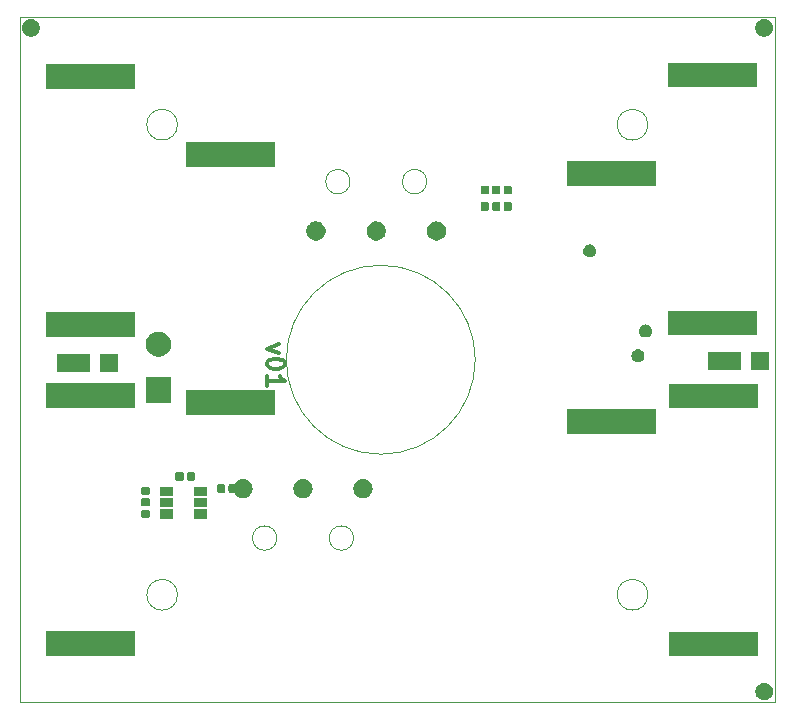
<source format=gbr>
%TF.GenerationSoftware,KiCad,Pcbnew,5.0.2-bee76a0~70~ubuntu18.04.1*%
%TF.CreationDate,2020-02-29T17:25:57-08:00*%
%TF.ProjectId,ypanel,7970616e-656c-42e6-9b69-6361645f7063,rev?*%
%TF.SameCoordinates,Original*%
%TF.FileFunction,Soldermask,Top*%
%TF.FilePolarity,Negative*%
%FSLAX46Y46*%
G04 Gerber Fmt 4.6, Leading zero omitted, Abs format (unit mm)*
G04 Created by KiCad (PCBNEW 5.0.2-bee76a0~70~ubuntu18.04.1) date Sat 29 Feb 2020 05:25:57 PM PST*
%MOMM*%
%LPD*%
G01*
G04 APERTURE LIST*
%ADD10C,0.100000*%
%ADD11C,0.300000*%
%ADD12C,0.050000*%
G04 APERTURE END LIST*
D10*
X151587000Y-99000001D02*
G75*
G03X151587000Y-99000001I-8000000J0D01*
G01*
X134779564Y-114100000D02*
G75*
G03X134779564Y-114100000I-1029564J0D01*
G01*
X141279564Y-114100000D02*
G75*
G03X141279564Y-114100000I-1029564J0D01*
G01*
X126375000Y-118900000D02*
G75*
G03X126375000Y-118900000I-1300000J0D01*
G01*
X140979564Y-83920436D02*
G75*
G03X140979564Y-83920436I-1029564J0D01*
G01*
X147479564Y-83920436D02*
G75*
G03X147479564Y-83920436I-1029564J0D01*
G01*
X176975000Y-70000000D02*
X176975000Y-128000000D01*
D11*
X134941428Y-97706085D02*
X133941428Y-98063228D01*
X134941428Y-98420371D01*
X135441428Y-99277514D02*
X135441428Y-99420371D01*
X135370000Y-99563228D01*
X135298571Y-99634657D01*
X135155714Y-99706085D01*
X134870000Y-99777514D01*
X134512857Y-99777514D01*
X134227142Y-99706085D01*
X134084285Y-99634657D01*
X134012857Y-99563228D01*
X133941428Y-99420371D01*
X133941428Y-99277514D01*
X134012857Y-99134657D01*
X134084285Y-99063228D01*
X134227142Y-98991800D01*
X134512857Y-98920371D01*
X134870000Y-98920371D01*
X135155714Y-98991800D01*
X135298571Y-99063228D01*
X135370000Y-99134657D01*
X135441428Y-99277514D01*
X133941428Y-101206085D02*
X133941428Y-100348942D01*
X133941428Y-100777514D02*
X135441428Y-100777514D01*
X135227142Y-100634657D01*
X135084285Y-100491800D01*
X135012857Y-100348942D01*
D10*
X166200000Y-118900000D02*
G75*
G03X166200000Y-118900000I-1300000J0D01*
G01*
D12*
X126372800Y-79100000D02*
G75*
G03X126372800Y-79100000I-1300000J0D01*
G01*
D10*
X166195000Y-79102480D02*
G75*
G03X166195000Y-79102480I-1300000J0D01*
G01*
X176975000Y-70000000D02*
X113000000Y-70000000D01*
X113000000Y-128000000D02*
X176975000Y-128000000D01*
X113000000Y-70000000D02*
X113000000Y-128000000D01*
G36*
X176268767Y-126378822D02*
X176405258Y-126435359D01*
X176528097Y-126517437D01*
X176632563Y-126621903D01*
X176714641Y-126744742D01*
X176771178Y-126881233D01*
X176800000Y-127026131D01*
X176800000Y-127173869D01*
X176771178Y-127318767D01*
X176714641Y-127455258D01*
X176632563Y-127578097D01*
X176528097Y-127682563D01*
X176405258Y-127764641D01*
X176268767Y-127821178D01*
X176123869Y-127850000D01*
X175976131Y-127850000D01*
X175831233Y-127821178D01*
X175694742Y-127764641D01*
X175571903Y-127682563D01*
X175467437Y-127578097D01*
X175385359Y-127455258D01*
X175328822Y-127318767D01*
X175300000Y-127173869D01*
X175300000Y-127026131D01*
X175328822Y-126881233D01*
X175385359Y-126744742D01*
X175467437Y-126621903D01*
X175571903Y-126517437D01*
X175694742Y-126435359D01*
X175831233Y-126378822D01*
X175976131Y-126350000D01*
X176123869Y-126350000D01*
X176268767Y-126378822D01*
X176268767Y-126378822D01*
G37*
G36*
X175491100Y-124112000D02*
X167993100Y-124112000D01*
X167993100Y-122014000D01*
X175491100Y-122014000D01*
X175491100Y-124112000D01*
X175491100Y-124112000D01*
G37*
G36*
X122749000Y-124049000D02*
X115251000Y-124049000D01*
X115251000Y-121951000D01*
X122749000Y-121951000D01*
X122749000Y-124049000D01*
X122749000Y-124049000D01*
G37*
G36*
X128903600Y-112447700D02*
X127805600Y-112447700D01*
X127805600Y-111649700D01*
X128903600Y-111649700D01*
X128903600Y-112447700D01*
X128903600Y-112447700D01*
G37*
G36*
X126003600Y-112447700D02*
X124905600Y-112447700D01*
X124905600Y-111649700D01*
X126003600Y-111649700D01*
X126003600Y-112447700D01*
X126003600Y-112447700D01*
G37*
G36*
X123916533Y-111710264D02*
X123944108Y-111718630D01*
X123969522Y-111732214D01*
X123991802Y-111750498D01*
X124010086Y-111772778D01*
X124023670Y-111798192D01*
X124032036Y-111825767D01*
X124035100Y-111856884D01*
X124035100Y-112245516D01*
X124032036Y-112276633D01*
X124023670Y-112304208D01*
X124010086Y-112329622D01*
X123991802Y-112351902D01*
X123969522Y-112370186D01*
X123944108Y-112383770D01*
X123916533Y-112392136D01*
X123885416Y-112395200D01*
X123446784Y-112395200D01*
X123415667Y-112392136D01*
X123388092Y-112383770D01*
X123362678Y-112370186D01*
X123340398Y-112351902D01*
X123322114Y-112329622D01*
X123308530Y-112304208D01*
X123300164Y-112276633D01*
X123297100Y-112245516D01*
X123297100Y-111856884D01*
X123300164Y-111825767D01*
X123308530Y-111798192D01*
X123322114Y-111772778D01*
X123340398Y-111750498D01*
X123362678Y-111732214D01*
X123388092Y-111718630D01*
X123415667Y-111710264D01*
X123446784Y-111707200D01*
X123885416Y-111707200D01*
X123916533Y-111710264D01*
X123916533Y-111710264D01*
G37*
G36*
X128903600Y-111497700D02*
X127805600Y-111497700D01*
X127805600Y-110699700D01*
X128903600Y-110699700D01*
X128903600Y-111497700D01*
X128903600Y-111497700D01*
G37*
G36*
X126003600Y-111497700D02*
X124905600Y-111497700D01*
X124905600Y-110699700D01*
X126003600Y-110699700D01*
X126003600Y-111497700D01*
X126003600Y-111497700D01*
G37*
G36*
X123916533Y-110734764D02*
X123944108Y-110743130D01*
X123969522Y-110756714D01*
X123991802Y-110774998D01*
X124010086Y-110797278D01*
X124023670Y-110822692D01*
X124032036Y-110850267D01*
X124035100Y-110881384D01*
X124035100Y-111275516D01*
X124032036Y-111306633D01*
X124023670Y-111334208D01*
X124010086Y-111359622D01*
X123991802Y-111381902D01*
X123969522Y-111400186D01*
X123944108Y-111413770D01*
X123916533Y-111422136D01*
X123885416Y-111425200D01*
X123446784Y-111425200D01*
X123415667Y-111422136D01*
X123388092Y-111413770D01*
X123362678Y-111400186D01*
X123340398Y-111381902D01*
X123322114Y-111359622D01*
X123308530Y-111334208D01*
X123300164Y-111306633D01*
X123297100Y-111275516D01*
X123297100Y-110881384D01*
X123300164Y-110850267D01*
X123308530Y-110822692D01*
X123322114Y-110797278D01*
X123340398Y-110774998D01*
X123362678Y-110756714D01*
X123388092Y-110743130D01*
X123415667Y-110734764D01*
X123446784Y-110731700D01*
X123885416Y-110731700D01*
X123916533Y-110734764D01*
X123916533Y-110734764D01*
G37*
G36*
X132032635Y-109095516D02*
X132156561Y-109120166D01*
X132238745Y-109154208D01*
X132304153Y-109181301D01*
X132436982Y-109270055D01*
X132549945Y-109383018D01*
X132634125Y-109509001D01*
X132638700Y-109515849D01*
X132656983Y-109559987D01*
X132699834Y-109663440D01*
X132724355Y-109786714D01*
X132731000Y-109820124D01*
X132731000Y-109979876D01*
X132699834Y-110136561D01*
X132655337Y-110243986D01*
X132638699Y-110284153D01*
X132549945Y-110416982D01*
X132436982Y-110529945D01*
X132304153Y-110618699D01*
X132304152Y-110618700D01*
X132304151Y-110618700D01*
X132156561Y-110679834D01*
X131999877Y-110711000D01*
X131840123Y-110711000D01*
X131683439Y-110679834D01*
X131535849Y-110618700D01*
X131535848Y-110618700D01*
X131535847Y-110618699D01*
X131403018Y-110529945D01*
X131290055Y-110416982D01*
X131232692Y-110331133D01*
X131205875Y-110290999D01*
X131199719Y-110283498D01*
X131192217Y-110277342D01*
X131183660Y-110272768D01*
X131174374Y-110269951D01*
X131164717Y-110269000D01*
X130840684Y-110269000D01*
X130809567Y-110265936D01*
X130781992Y-110257570D01*
X130756578Y-110243986D01*
X130734298Y-110225702D01*
X130716014Y-110203422D01*
X130702430Y-110178008D01*
X130694064Y-110150433D01*
X130691000Y-110119316D01*
X130691000Y-109680684D01*
X130694064Y-109649567D01*
X130702430Y-109621992D01*
X130716014Y-109596578D01*
X130734298Y-109574298D01*
X130756578Y-109556014D01*
X130781992Y-109542430D01*
X130809567Y-109534064D01*
X130840684Y-109531000D01*
X131164717Y-109531000D01*
X131174374Y-109530049D01*
X131183660Y-109527232D01*
X131192218Y-109522658D01*
X131199719Y-109516502D01*
X131205875Y-109509001D01*
X131290056Y-109383017D01*
X131403017Y-109270056D01*
X131444802Y-109242136D01*
X131535847Y-109181301D01*
X131601255Y-109154208D01*
X131683439Y-109120166D01*
X131807365Y-109095516D01*
X131840123Y-109089000D01*
X131999877Y-109089000D01*
X132032635Y-109095516D01*
X132032635Y-109095516D01*
G37*
G36*
X142192635Y-109095516D02*
X142316561Y-109120166D01*
X142398745Y-109154208D01*
X142464153Y-109181301D01*
X142596982Y-109270055D01*
X142709945Y-109383018D01*
X142794125Y-109509001D01*
X142798700Y-109515849D01*
X142816983Y-109559987D01*
X142859834Y-109663440D01*
X142884355Y-109786714D01*
X142891000Y-109820124D01*
X142891000Y-109979876D01*
X142859834Y-110136561D01*
X142815337Y-110243986D01*
X142798699Y-110284153D01*
X142709945Y-110416982D01*
X142596982Y-110529945D01*
X142464153Y-110618699D01*
X142464152Y-110618700D01*
X142464151Y-110618700D01*
X142316561Y-110679834D01*
X142159877Y-110711000D01*
X142000123Y-110711000D01*
X141843439Y-110679834D01*
X141695849Y-110618700D01*
X141695848Y-110618700D01*
X141695847Y-110618699D01*
X141563018Y-110529945D01*
X141450055Y-110416982D01*
X141361301Y-110284153D01*
X141344663Y-110243986D01*
X141300166Y-110136561D01*
X141269000Y-109979876D01*
X141269000Y-109820124D01*
X141275646Y-109786714D01*
X141300166Y-109663440D01*
X141343018Y-109559987D01*
X141361300Y-109515849D01*
X141365876Y-109509001D01*
X141450055Y-109383018D01*
X141563018Y-109270055D01*
X141695847Y-109181301D01*
X141761255Y-109154208D01*
X141843439Y-109120166D01*
X141967365Y-109095516D01*
X142000123Y-109089000D01*
X142159877Y-109089000D01*
X142192635Y-109095516D01*
X142192635Y-109095516D01*
G37*
G36*
X137112635Y-109095516D02*
X137236561Y-109120166D01*
X137318745Y-109154208D01*
X137384153Y-109181301D01*
X137516982Y-109270055D01*
X137629945Y-109383018D01*
X137714125Y-109509001D01*
X137718700Y-109515849D01*
X137736983Y-109559987D01*
X137779834Y-109663440D01*
X137804355Y-109786714D01*
X137811000Y-109820124D01*
X137811000Y-109979876D01*
X137779834Y-110136561D01*
X137735337Y-110243986D01*
X137718699Y-110284153D01*
X137629945Y-110416982D01*
X137516982Y-110529945D01*
X137384153Y-110618699D01*
X137384152Y-110618700D01*
X137384151Y-110618700D01*
X137236561Y-110679834D01*
X137079877Y-110711000D01*
X136920123Y-110711000D01*
X136763439Y-110679834D01*
X136615849Y-110618700D01*
X136615848Y-110618700D01*
X136615847Y-110618699D01*
X136483018Y-110529945D01*
X136370055Y-110416982D01*
X136281301Y-110284153D01*
X136264663Y-110243986D01*
X136220166Y-110136561D01*
X136189000Y-109979876D01*
X136189000Y-109820124D01*
X136195646Y-109786714D01*
X136220166Y-109663440D01*
X136263018Y-109559987D01*
X136281300Y-109515849D01*
X136285876Y-109509001D01*
X136370055Y-109383018D01*
X136483018Y-109270055D01*
X136615847Y-109181301D01*
X136681255Y-109154208D01*
X136763439Y-109120166D01*
X136887365Y-109095516D01*
X136920123Y-109089000D01*
X137079877Y-109089000D01*
X137112635Y-109095516D01*
X137112635Y-109095516D01*
G37*
G36*
X128903600Y-110547700D02*
X127805600Y-110547700D01*
X127805600Y-109749700D01*
X128903600Y-109749700D01*
X128903600Y-110547700D01*
X128903600Y-110547700D01*
G37*
G36*
X126003600Y-110547700D02*
X124905600Y-110547700D01*
X124905600Y-109749700D01*
X126003600Y-109749700D01*
X126003600Y-110547700D01*
X126003600Y-110547700D01*
G37*
G36*
X123916533Y-109764764D02*
X123944108Y-109773130D01*
X123969522Y-109786714D01*
X123991802Y-109804998D01*
X124010086Y-109827278D01*
X124023670Y-109852692D01*
X124032036Y-109880267D01*
X124035100Y-109911384D01*
X124035100Y-110300016D01*
X124032036Y-110331133D01*
X124023670Y-110358708D01*
X124010086Y-110384122D01*
X123991802Y-110406402D01*
X123969522Y-110424686D01*
X123944108Y-110438270D01*
X123916533Y-110446636D01*
X123885416Y-110449700D01*
X123446784Y-110449700D01*
X123415667Y-110446636D01*
X123388092Y-110438270D01*
X123362678Y-110424686D01*
X123340398Y-110406402D01*
X123322114Y-110384122D01*
X123308530Y-110358708D01*
X123300164Y-110331133D01*
X123297100Y-110300016D01*
X123297100Y-109911384D01*
X123300164Y-109880267D01*
X123308530Y-109852692D01*
X123322114Y-109827278D01*
X123340398Y-109804998D01*
X123362678Y-109786714D01*
X123388092Y-109773130D01*
X123415667Y-109764764D01*
X123446784Y-109761700D01*
X123885416Y-109761700D01*
X123916533Y-109764764D01*
X123916533Y-109764764D01*
G37*
G36*
X130290433Y-109534064D02*
X130318008Y-109542430D01*
X130343422Y-109556014D01*
X130365702Y-109574298D01*
X130383986Y-109596578D01*
X130397570Y-109621992D01*
X130405936Y-109649567D01*
X130409000Y-109680684D01*
X130409000Y-110119316D01*
X130405936Y-110150433D01*
X130397570Y-110178008D01*
X130383986Y-110203422D01*
X130365702Y-110225702D01*
X130343422Y-110243986D01*
X130318008Y-110257570D01*
X130290433Y-110265936D01*
X130259316Y-110269000D01*
X129870684Y-110269000D01*
X129839567Y-110265936D01*
X129811992Y-110257570D01*
X129786578Y-110243986D01*
X129764298Y-110225702D01*
X129746014Y-110203422D01*
X129732430Y-110178008D01*
X129724064Y-110150433D01*
X129721000Y-110119316D01*
X129721000Y-109680684D01*
X129724064Y-109649567D01*
X129732430Y-109621992D01*
X129746014Y-109596578D01*
X129764298Y-109574298D01*
X129786578Y-109556014D01*
X129811992Y-109542430D01*
X129839567Y-109534064D01*
X129870684Y-109531000D01*
X130259316Y-109531000D01*
X130290433Y-109534064D01*
X130290433Y-109534064D01*
G37*
G36*
X127742033Y-108510264D02*
X127769608Y-108518630D01*
X127795022Y-108532214D01*
X127817302Y-108550498D01*
X127835586Y-108572778D01*
X127849170Y-108598192D01*
X127857536Y-108625767D01*
X127860600Y-108656884D01*
X127860600Y-109095516D01*
X127857536Y-109126633D01*
X127849170Y-109154208D01*
X127835586Y-109179622D01*
X127817302Y-109201902D01*
X127795022Y-109220186D01*
X127769608Y-109233770D01*
X127742033Y-109242136D01*
X127710916Y-109245200D01*
X127322284Y-109245200D01*
X127291167Y-109242136D01*
X127263592Y-109233770D01*
X127238178Y-109220186D01*
X127215898Y-109201902D01*
X127197614Y-109179622D01*
X127184030Y-109154208D01*
X127175664Y-109126633D01*
X127172600Y-109095516D01*
X127172600Y-108656884D01*
X127175664Y-108625767D01*
X127184030Y-108598192D01*
X127197614Y-108572778D01*
X127215898Y-108550498D01*
X127238178Y-108532214D01*
X127263592Y-108518630D01*
X127291167Y-108510264D01*
X127322284Y-108507200D01*
X127710916Y-108507200D01*
X127742033Y-108510264D01*
X127742033Y-108510264D01*
G37*
G36*
X126772033Y-108510264D02*
X126799608Y-108518630D01*
X126825022Y-108532214D01*
X126847302Y-108550498D01*
X126865586Y-108572778D01*
X126879170Y-108598192D01*
X126887536Y-108625767D01*
X126890600Y-108656884D01*
X126890600Y-109095516D01*
X126887536Y-109126633D01*
X126879170Y-109154208D01*
X126865586Y-109179622D01*
X126847302Y-109201902D01*
X126825022Y-109220186D01*
X126799608Y-109233770D01*
X126772033Y-109242136D01*
X126740916Y-109245200D01*
X126352284Y-109245200D01*
X126321167Y-109242136D01*
X126293592Y-109233770D01*
X126268178Y-109220186D01*
X126245898Y-109201902D01*
X126227614Y-109179622D01*
X126214030Y-109154208D01*
X126205664Y-109126633D01*
X126202600Y-109095516D01*
X126202600Y-108656884D01*
X126205664Y-108625767D01*
X126214030Y-108598192D01*
X126227614Y-108572778D01*
X126245898Y-108550498D01*
X126268178Y-108532214D01*
X126293592Y-108518630D01*
X126321167Y-108510264D01*
X126352284Y-108507200D01*
X126740916Y-108507200D01*
X126772033Y-108510264D01*
X126772033Y-108510264D01*
G37*
G36*
X166847480Y-105299000D02*
X159349480Y-105299000D01*
X159349480Y-103201000D01*
X166847480Y-103201000D01*
X166847480Y-105299000D01*
X166847480Y-105299000D01*
G37*
G36*
X134599000Y-103699000D02*
X127101000Y-103699000D01*
X127101000Y-101601000D01*
X134599000Y-101601000D01*
X134599000Y-103699000D01*
X134599000Y-103699000D01*
G37*
G36*
X175491100Y-103112000D02*
X167993100Y-103112000D01*
X167993100Y-101014000D01*
X175491100Y-101014000D01*
X175491100Y-103112000D01*
X175491100Y-103112000D01*
G37*
G36*
X122749000Y-103049000D02*
X115251000Y-103049000D01*
X115251000Y-100951000D01*
X122749000Y-100951000D01*
X122749000Y-103049000D01*
X122749000Y-103049000D01*
G37*
G36*
X125844300Y-102626160D02*
X123685300Y-102626160D01*
X123685300Y-100467160D01*
X125844300Y-100467160D01*
X125844300Y-102626160D01*
X125844300Y-102626160D01*
G37*
G36*
X121344000Y-99999500D02*
X119846000Y-99999500D01*
X119846000Y-98501500D01*
X121344000Y-98501500D01*
X121344000Y-99999500D01*
X121344000Y-99999500D01*
G37*
G36*
X118944000Y-99999500D02*
X116146000Y-99999500D01*
X116146000Y-98501500D01*
X118944000Y-98501500D01*
X118944000Y-99999500D01*
X118944000Y-99999500D01*
G37*
G36*
X176462000Y-99872500D02*
X174964000Y-99872500D01*
X174964000Y-98374500D01*
X176462000Y-98374500D01*
X176462000Y-99872500D01*
X176462000Y-99872500D01*
G37*
G36*
X174062000Y-99872500D02*
X171264000Y-99872500D01*
X171264000Y-98374500D01*
X174062000Y-98374500D01*
X174062000Y-99872500D01*
X174062000Y-99872500D01*
G37*
G36*
X165510138Y-98122098D02*
X165610047Y-98163482D01*
X165610049Y-98163483D01*
X165699967Y-98223564D01*
X165776436Y-98300033D01*
X165836517Y-98389951D01*
X165877902Y-98489863D01*
X165899000Y-98595928D01*
X165899000Y-98704072D01*
X165877902Y-98810137D01*
X165836517Y-98910049D01*
X165776436Y-98999967D01*
X165699967Y-99076436D01*
X165610049Y-99136517D01*
X165610048Y-99136518D01*
X165610047Y-99136518D01*
X165510138Y-99177902D01*
X165457104Y-99188451D01*
X165404072Y-99199000D01*
X165295928Y-99199000D01*
X165189862Y-99177902D01*
X165089953Y-99136518D01*
X165089952Y-99136518D01*
X165089951Y-99136517D01*
X165000033Y-99076436D01*
X164923564Y-98999967D01*
X164863483Y-98910049D01*
X164822098Y-98810137D01*
X164801000Y-98704072D01*
X164801000Y-98595928D01*
X164822098Y-98489863D01*
X164863483Y-98389951D01*
X164923564Y-98300033D01*
X165000033Y-98223564D01*
X165089951Y-98163483D01*
X165089953Y-98163482D01*
X165189862Y-98122098D01*
X165295928Y-98101000D01*
X165404072Y-98101000D01*
X165510138Y-98122098D01*
X165510138Y-98122098D01*
G37*
G36*
X125075450Y-96666987D02*
X125140055Y-96693748D01*
X125269267Y-96747269D01*
X125363220Y-96810047D01*
X125443699Y-96863821D01*
X125592039Y-97012161D01*
X125616654Y-97049000D01*
X125708591Y-97186593D01*
X125788873Y-97380411D01*
X125829800Y-97586167D01*
X125829800Y-97795953D01*
X125788873Y-98001709D01*
X125708591Y-98195527D01*
X125638762Y-98300032D01*
X125592039Y-98369959D01*
X125443699Y-98518299D01*
X125385554Y-98557150D01*
X125269267Y-98634851D01*
X125140055Y-98688372D01*
X125075450Y-98715133D01*
X124869693Y-98756060D01*
X124659907Y-98756060D01*
X124454150Y-98715133D01*
X124389545Y-98688372D01*
X124260333Y-98634851D01*
X124144046Y-98557150D01*
X124085901Y-98518299D01*
X123937561Y-98369959D01*
X123890838Y-98300032D01*
X123821009Y-98195527D01*
X123740727Y-98001709D01*
X123699800Y-97795953D01*
X123699800Y-97586167D01*
X123740727Y-97380411D01*
X123821009Y-97186593D01*
X123912946Y-97049000D01*
X123937561Y-97012161D01*
X124085901Y-96863821D01*
X124166380Y-96810047D01*
X124260333Y-96747269D01*
X124389545Y-96693748D01*
X124454150Y-96666987D01*
X124659907Y-96626060D01*
X124869693Y-96626060D01*
X125075450Y-96666987D01*
X125075450Y-96666987D01*
G37*
G36*
X166160138Y-96022098D02*
X166260047Y-96063482D01*
X166260049Y-96063483D01*
X166349967Y-96123564D01*
X166426435Y-96200032D01*
X166486518Y-96289953D01*
X166527902Y-96389862D01*
X166549000Y-96495929D01*
X166549000Y-96604071D01*
X166527902Y-96710138D01*
X166486518Y-96810047D01*
X166486517Y-96810049D01*
X166426436Y-96899967D01*
X166349967Y-96976436D01*
X166260049Y-97036517D01*
X166260048Y-97036518D01*
X166260047Y-97036518D01*
X166160138Y-97077902D01*
X166107104Y-97088451D01*
X166054072Y-97099000D01*
X165945928Y-97099000D01*
X165892896Y-97088451D01*
X165839862Y-97077902D01*
X165739953Y-97036518D01*
X165739952Y-97036518D01*
X165739951Y-97036517D01*
X165650033Y-96976436D01*
X165573564Y-96899967D01*
X165513483Y-96810049D01*
X165513482Y-96810047D01*
X165472098Y-96710138D01*
X165451000Y-96604071D01*
X165451000Y-96495929D01*
X165472098Y-96389862D01*
X165513482Y-96289953D01*
X165573565Y-96200032D01*
X165650033Y-96123564D01*
X165739951Y-96063483D01*
X165739953Y-96063482D01*
X165839862Y-96022098D01*
X165945928Y-96001000D01*
X166054072Y-96001000D01*
X166160138Y-96022098D01*
X166160138Y-96022098D01*
G37*
G36*
X122749000Y-97049000D02*
X115251000Y-97049000D01*
X115251000Y-94951000D01*
X122749000Y-94951000D01*
X122749000Y-97049000D01*
X122749000Y-97049000D01*
G37*
G36*
X175435220Y-96939080D02*
X167937220Y-96939080D01*
X167937220Y-94841080D01*
X175435220Y-94841080D01*
X175435220Y-96939080D01*
X175435220Y-96939080D01*
G37*
G36*
X161427858Y-89245558D02*
X161527767Y-89286942D01*
X161527769Y-89286943D01*
X161617687Y-89347024D01*
X161694156Y-89423493D01*
X161754237Y-89513411D01*
X161795622Y-89613323D01*
X161816720Y-89719388D01*
X161816720Y-89827532D01*
X161795622Y-89933597D01*
X161754237Y-90033509D01*
X161694156Y-90123427D01*
X161617687Y-90199896D01*
X161527769Y-90259977D01*
X161527768Y-90259978D01*
X161527767Y-90259978D01*
X161427858Y-90301362D01*
X161374824Y-90311911D01*
X161321792Y-90322460D01*
X161213648Y-90322460D01*
X161160616Y-90311911D01*
X161107582Y-90301362D01*
X161007673Y-90259978D01*
X161007672Y-90259978D01*
X161007671Y-90259977D01*
X160917753Y-90199896D01*
X160841284Y-90123427D01*
X160781203Y-90033509D01*
X160739818Y-89933597D01*
X160718720Y-89827532D01*
X160718720Y-89719388D01*
X160739818Y-89613323D01*
X160781203Y-89513411D01*
X160841284Y-89423493D01*
X160917753Y-89347024D01*
X161007671Y-89286943D01*
X161007673Y-89286942D01*
X161107582Y-89245558D01*
X161213648Y-89224460D01*
X161321792Y-89224460D01*
X161427858Y-89245558D01*
X161427858Y-89245558D01*
G37*
G36*
X143358218Y-87304583D02*
X143436561Y-87320166D01*
X143584151Y-87381300D01*
X143584153Y-87381301D01*
X143716982Y-87470055D01*
X143829945Y-87583018D01*
X143918699Y-87715847D01*
X143979834Y-87863440D01*
X144011000Y-88020123D01*
X144011000Y-88179877D01*
X143979834Y-88336560D01*
X143918699Y-88484153D01*
X143829945Y-88616982D01*
X143716982Y-88729945D01*
X143584153Y-88818699D01*
X143584152Y-88818700D01*
X143584151Y-88818700D01*
X143436561Y-88879834D01*
X143279877Y-88911000D01*
X143120123Y-88911000D01*
X143041782Y-88895417D01*
X142963439Y-88879834D01*
X142815849Y-88818700D01*
X142815848Y-88818700D01*
X142815847Y-88818699D01*
X142683018Y-88729945D01*
X142570055Y-88616982D01*
X142481301Y-88484153D01*
X142420166Y-88336560D01*
X142389000Y-88179877D01*
X142389000Y-88020123D01*
X142420166Y-87863440D01*
X142481301Y-87715847D01*
X142570055Y-87583018D01*
X142683018Y-87470055D01*
X142815847Y-87381301D01*
X142815849Y-87381300D01*
X142963439Y-87320166D01*
X143120123Y-87289000D01*
X143279877Y-87289000D01*
X143358218Y-87304583D01*
X143358218Y-87304583D01*
G37*
G36*
X148458218Y-87304583D02*
X148536561Y-87320166D01*
X148684151Y-87381300D01*
X148684153Y-87381301D01*
X148816982Y-87470055D01*
X148929945Y-87583018D01*
X149018699Y-87715847D01*
X149079834Y-87863440D01*
X149111000Y-88020123D01*
X149111000Y-88179877D01*
X149079834Y-88336560D01*
X149018699Y-88484153D01*
X148929945Y-88616982D01*
X148816982Y-88729945D01*
X148684153Y-88818699D01*
X148684152Y-88818700D01*
X148684151Y-88818700D01*
X148536561Y-88879834D01*
X148379877Y-88911000D01*
X148220123Y-88911000D01*
X148141782Y-88895417D01*
X148063439Y-88879834D01*
X147915849Y-88818700D01*
X147915848Y-88818700D01*
X147915847Y-88818699D01*
X147783018Y-88729945D01*
X147670055Y-88616982D01*
X147581301Y-88484153D01*
X147520166Y-88336560D01*
X147489000Y-88179877D01*
X147489000Y-88020123D01*
X147520166Y-87863440D01*
X147581301Y-87715847D01*
X147670055Y-87583018D01*
X147783018Y-87470055D01*
X147915847Y-87381301D01*
X147915849Y-87381300D01*
X148063439Y-87320166D01*
X148220123Y-87289000D01*
X148379877Y-87289000D01*
X148458218Y-87304583D01*
X148458218Y-87304583D01*
G37*
G36*
X138258218Y-87304583D02*
X138336561Y-87320166D01*
X138484151Y-87381300D01*
X138484153Y-87381301D01*
X138616982Y-87470055D01*
X138729945Y-87583018D01*
X138818699Y-87715847D01*
X138879834Y-87863440D01*
X138911000Y-88020123D01*
X138911000Y-88179877D01*
X138879834Y-88336560D01*
X138818699Y-88484153D01*
X138729945Y-88616982D01*
X138616982Y-88729945D01*
X138484153Y-88818699D01*
X138484152Y-88818700D01*
X138484151Y-88818700D01*
X138336561Y-88879834D01*
X138179877Y-88911000D01*
X138020123Y-88911000D01*
X137941782Y-88895417D01*
X137863439Y-88879834D01*
X137715849Y-88818700D01*
X137715848Y-88818700D01*
X137715847Y-88818699D01*
X137583018Y-88729945D01*
X137470055Y-88616982D01*
X137381301Y-88484153D01*
X137320166Y-88336560D01*
X137289000Y-88179877D01*
X137289000Y-88020123D01*
X137320166Y-87863440D01*
X137381301Y-87715847D01*
X137470055Y-87583018D01*
X137583018Y-87470055D01*
X137715847Y-87381301D01*
X137715849Y-87381300D01*
X137863439Y-87320166D01*
X138020123Y-87289000D01*
X138179877Y-87289000D01*
X138258218Y-87304583D01*
X138258218Y-87304583D01*
G37*
G36*
X153587433Y-85664664D02*
X153615008Y-85673030D01*
X153640422Y-85686614D01*
X153662702Y-85704898D01*
X153680986Y-85727178D01*
X153694570Y-85752592D01*
X153702936Y-85780167D01*
X153706000Y-85811284D01*
X153706000Y-86249916D01*
X153702936Y-86281033D01*
X153694570Y-86308608D01*
X153680986Y-86334022D01*
X153662702Y-86356302D01*
X153640422Y-86374586D01*
X153615008Y-86388170D01*
X153587433Y-86396536D01*
X153556316Y-86399600D01*
X153167404Y-86399600D01*
X153136287Y-86396536D01*
X153108712Y-86388170D01*
X153083298Y-86374586D01*
X153061018Y-86356302D01*
X153042734Y-86334022D01*
X153029150Y-86308608D01*
X153020784Y-86281033D01*
X153017720Y-86249916D01*
X153017720Y-85811284D01*
X153020784Y-85780167D01*
X153029150Y-85752592D01*
X153042734Y-85727178D01*
X153061018Y-85704898D01*
X153083298Y-85686614D01*
X153108712Y-85673030D01*
X153136287Y-85664664D01*
X153167404Y-85661600D01*
X153556316Y-85661600D01*
X153587433Y-85664664D01*
X153587433Y-85664664D01*
G37*
G36*
X152617153Y-85664664D02*
X152644728Y-85673030D01*
X152670142Y-85686614D01*
X152692422Y-85704898D01*
X152710706Y-85727178D01*
X152724290Y-85752592D01*
X152732656Y-85780167D01*
X152735720Y-85811284D01*
X152735720Y-86249916D01*
X152732656Y-86281033D01*
X152724290Y-86308608D01*
X152710706Y-86334022D01*
X152692422Y-86356302D01*
X152670142Y-86374586D01*
X152644728Y-86388170D01*
X152617153Y-86396536D01*
X152586036Y-86399600D01*
X152197404Y-86399600D01*
X152166287Y-86396536D01*
X152138712Y-86388170D01*
X152113298Y-86374586D01*
X152091018Y-86356302D01*
X152072734Y-86334022D01*
X152059150Y-86308608D01*
X152050784Y-86281033D01*
X152047720Y-86249916D01*
X152047720Y-85811284D01*
X152050784Y-85780167D01*
X152059150Y-85752592D01*
X152072734Y-85727178D01*
X152091018Y-85704898D01*
X152113298Y-85686614D01*
X152138712Y-85673030D01*
X152166287Y-85664664D01*
X152197404Y-85661600D01*
X152586036Y-85661600D01*
X152617153Y-85664664D01*
X152617153Y-85664664D01*
G37*
G36*
X154557433Y-85664664D02*
X154585008Y-85673030D01*
X154610422Y-85686614D01*
X154632702Y-85704898D01*
X154650986Y-85727178D01*
X154664570Y-85752592D01*
X154672936Y-85780167D01*
X154676000Y-85811284D01*
X154676000Y-86249916D01*
X154672936Y-86281033D01*
X154664570Y-86308608D01*
X154650986Y-86334022D01*
X154632702Y-86356302D01*
X154610422Y-86374586D01*
X154585008Y-86388170D01*
X154557433Y-86396536D01*
X154526316Y-86399600D01*
X154137684Y-86399600D01*
X154106567Y-86396536D01*
X154078992Y-86388170D01*
X154053578Y-86374586D01*
X154031298Y-86356302D01*
X154013014Y-86334022D01*
X153999430Y-86308608D01*
X153991064Y-86281033D01*
X153988000Y-86249916D01*
X153988000Y-85811284D01*
X153991064Y-85780167D01*
X153999430Y-85752592D01*
X154013014Y-85727178D01*
X154031298Y-85704898D01*
X154053578Y-85686614D01*
X154078992Y-85673030D01*
X154106567Y-85664664D01*
X154137684Y-85661600D01*
X154526316Y-85661600D01*
X154557433Y-85664664D01*
X154557433Y-85664664D01*
G37*
G36*
X154557433Y-84267664D02*
X154585008Y-84276030D01*
X154610422Y-84289614D01*
X154632702Y-84307898D01*
X154650986Y-84330178D01*
X154664570Y-84355592D01*
X154672936Y-84383167D01*
X154676000Y-84414284D01*
X154676000Y-84852916D01*
X154672936Y-84884033D01*
X154664570Y-84911608D01*
X154650986Y-84937022D01*
X154632702Y-84959302D01*
X154610422Y-84977586D01*
X154585008Y-84991170D01*
X154557433Y-84999536D01*
X154526316Y-85002600D01*
X154137684Y-85002600D01*
X154106567Y-84999536D01*
X154078992Y-84991170D01*
X154053578Y-84977586D01*
X154031298Y-84959302D01*
X154013014Y-84937022D01*
X153999430Y-84911608D01*
X153991064Y-84884033D01*
X153988000Y-84852916D01*
X153988000Y-84414284D01*
X153991064Y-84383167D01*
X153999430Y-84355592D01*
X154013014Y-84330178D01*
X154031298Y-84307898D01*
X154053578Y-84289614D01*
X154078992Y-84276030D01*
X154106567Y-84267664D01*
X154137684Y-84264600D01*
X154526316Y-84264600D01*
X154557433Y-84267664D01*
X154557433Y-84267664D01*
G37*
G36*
X153587433Y-84267664D02*
X153615008Y-84276030D01*
X153640422Y-84289614D01*
X153662702Y-84307898D01*
X153680986Y-84330178D01*
X153694570Y-84355592D01*
X153702936Y-84383167D01*
X153706000Y-84414284D01*
X153706000Y-84852916D01*
X153702936Y-84884033D01*
X153694570Y-84911608D01*
X153680986Y-84937022D01*
X153662702Y-84959302D01*
X153640422Y-84977586D01*
X153615008Y-84991170D01*
X153587433Y-84999536D01*
X153556316Y-85002600D01*
X153167404Y-85002600D01*
X153136287Y-84999536D01*
X153108712Y-84991170D01*
X153083298Y-84977586D01*
X153061018Y-84959302D01*
X153042734Y-84937022D01*
X153029150Y-84911608D01*
X153020784Y-84884033D01*
X153017720Y-84852916D01*
X153017720Y-84414284D01*
X153020784Y-84383167D01*
X153029150Y-84355592D01*
X153042734Y-84330178D01*
X153061018Y-84307898D01*
X153083298Y-84289614D01*
X153108712Y-84276030D01*
X153136287Y-84267664D01*
X153167404Y-84264600D01*
X153556316Y-84264600D01*
X153587433Y-84267664D01*
X153587433Y-84267664D01*
G37*
G36*
X152617153Y-84267664D02*
X152644728Y-84276030D01*
X152670142Y-84289614D01*
X152692422Y-84307898D01*
X152710706Y-84330178D01*
X152724290Y-84355592D01*
X152732656Y-84383167D01*
X152735720Y-84414284D01*
X152735720Y-84852916D01*
X152732656Y-84884033D01*
X152724290Y-84911608D01*
X152710706Y-84937022D01*
X152692422Y-84959302D01*
X152670142Y-84977586D01*
X152644728Y-84991170D01*
X152617153Y-84999536D01*
X152586036Y-85002600D01*
X152197404Y-85002600D01*
X152166287Y-84999536D01*
X152138712Y-84991170D01*
X152113298Y-84977586D01*
X152091018Y-84959302D01*
X152072734Y-84937022D01*
X152059150Y-84911608D01*
X152050784Y-84884033D01*
X152047720Y-84852916D01*
X152047720Y-84414284D01*
X152050784Y-84383167D01*
X152059150Y-84355592D01*
X152072734Y-84330178D01*
X152091018Y-84307898D01*
X152113298Y-84289614D01*
X152138712Y-84276030D01*
X152166287Y-84267664D01*
X152197404Y-84264600D01*
X152586036Y-84264600D01*
X152617153Y-84267664D01*
X152617153Y-84267664D01*
G37*
G36*
X166847480Y-84299000D02*
X159349480Y-84299000D01*
X159349480Y-82201000D01*
X166847480Y-82201000D01*
X166847480Y-84299000D01*
X166847480Y-84299000D01*
G37*
G36*
X134599000Y-82699000D02*
X127101000Y-82699000D01*
X127101000Y-80601000D01*
X134599000Y-80601000D01*
X134599000Y-82699000D01*
X134599000Y-82699000D01*
G37*
G36*
X122749000Y-76049000D02*
X115251000Y-76049000D01*
X115251000Y-73951000D01*
X122749000Y-73951000D01*
X122749000Y-76049000D01*
X122749000Y-76049000D01*
G37*
G36*
X175435220Y-75939080D02*
X167937220Y-75939080D01*
X167937220Y-73841080D01*
X175435220Y-73841080D01*
X175435220Y-75939080D01*
X175435220Y-75939080D01*
G37*
G36*
X114168767Y-70178822D02*
X114305258Y-70235359D01*
X114428097Y-70317437D01*
X114532563Y-70421903D01*
X114614641Y-70544742D01*
X114671178Y-70681233D01*
X114700000Y-70826131D01*
X114700000Y-70973869D01*
X114671178Y-71118767D01*
X114614641Y-71255258D01*
X114532563Y-71378097D01*
X114428097Y-71482563D01*
X114305258Y-71564641D01*
X114168767Y-71621178D01*
X114023869Y-71650000D01*
X113876131Y-71650000D01*
X113731233Y-71621178D01*
X113594742Y-71564641D01*
X113471903Y-71482563D01*
X113367437Y-71378097D01*
X113285359Y-71255258D01*
X113228822Y-71118767D01*
X113200000Y-70973869D01*
X113200000Y-70826131D01*
X113228822Y-70681233D01*
X113285359Y-70544742D01*
X113367437Y-70421903D01*
X113471903Y-70317437D01*
X113594742Y-70235359D01*
X113731233Y-70178822D01*
X113876131Y-70150000D01*
X114023869Y-70150000D01*
X114168767Y-70178822D01*
X114168767Y-70178822D01*
G37*
G36*
X176268767Y-70178822D02*
X176405258Y-70235359D01*
X176528097Y-70317437D01*
X176632563Y-70421903D01*
X176714641Y-70544742D01*
X176771178Y-70681233D01*
X176800000Y-70826131D01*
X176800000Y-70973869D01*
X176771178Y-71118767D01*
X176714641Y-71255258D01*
X176632563Y-71378097D01*
X176528097Y-71482563D01*
X176405258Y-71564641D01*
X176268767Y-71621178D01*
X176123869Y-71650000D01*
X175976131Y-71650000D01*
X175831233Y-71621178D01*
X175694742Y-71564641D01*
X175571903Y-71482563D01*
X175467437Y-71378097D01*
X175385359Y-71255258D01*
X175328822Y-71118767D01*
X175300000Y-70973869D01*
X175300000Y-70826131D01*
X175328822Y-70681233D01*
X175385359Y-70544742D01*
X175467437Y-70421903D01*
X175571903Y-70317437D01*
X175694742Y-70235359D01*
X175831233Y-70178822D01*
X175976131Y-70150000D01*
X176123869Y-70150000D01*
X176268767Y-70178822D01*
X176268767Y-70178822D01*
G37*
M02*

</source>
